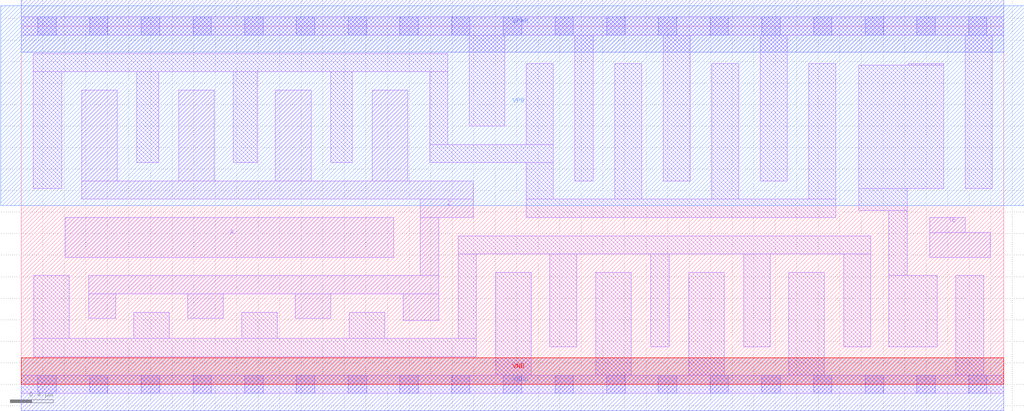
<source format=lef>
# Copyright 2020 The SkyWater PDK Authors
#
# Licensed under the Apache License, Version 2.0 (the "License");
# you may not use this file except in compliance with the License.
# You may obtain a copy of the License at
#
#     https://www.apache.org/licenses/LICENSE-2.0
#
# Unless required by applicable law or agreed to in writing, software
# distributed under the License is distributed on an "AS IS" BASIS,
# WITHOUT WARRANTIES OR CONDITIONS OF ANY KIND, either express or implied.
# See the License for the specific language governing permissions and
# limitations under the License.
#
# SPDX-License-Identifier: Apache-2.0

VERSION 5.7 ;
  NOWIREEXTENSIONATPIN ON ;
  DIVIDERCHAR "/" ;
  BUSBITCHARS "[]" ;
MACRO sky130_fd_sc_ls__einvp_8
  CLASS CORE ;
  FOREIGN sky130_fd_sc_ls__einvp_8 ;
  ORIGIN  0.000000  0.000000 ;
  SIZE  9.120000 BY  3.330000 ;
  SYMMETRY X Y ;
  SITE unit ;
  PIN A
    ANTENNAGATEAREA  2.232000 ;
    DIRECTION INPUT ;
    USE SIGNAL ;
    PORT
      LAYER li1 ;
        RECT 0.410000 1.180000 3.460000 1.550000 ;
    END
  END A
  PIN TE
    ANTENNAGATEAREA  1.167000 ;
    DIRECTION INPUT ;
    USE SIGNAL ;
    PORT
      LAYER li1 ;
        RECT 8.435000 1.180000 8.995000 1.410000 ;
        RECT 8.435000 1.410000 8.765000 1.550000 ;
    END
  END TE
  PIN VNB
    PORT
      LAYER pwell ;
        RECT 0.000000 0.000000 9.120000 0.245000 ;
    END
  END VNB
  PIN VPB
    PORT
      LAYER nwell ;
        RECT -0.190000 1.660000 9.310000 3.520000 ;
    END
  END VPB
  PIN Z
    ANTENNADIFFAREA  2.328200 ;
    DIRECTION OUTPUT ;
    USE SIGNAL ;
    PORT
      LAYER li1 ;
        RECT 0.560000 1.720000 4.195000 1.890000 ;
        RECT 0.560000 1.890000 0.890000 2.735000 ;
        RECT 0.625000 0.615000 0.875000 0.840000 ;
        RECT 0.625000 0.840000 3.875000 1.010000 ;
        RECT 1.460000 1.890000 1.790000 2.735000 ;
        RECT 1.545000 0.615000 1.875000 0.840000 ;
        RECT 2.360000 1.890000 2.690000 2.735000 ;
        RECT 2.545000 0.615000 2.875000 0.840000 ;
        RECT 3.260000 1.890000 3.590000 2.735000 ;
        RECT 3.545000 0.595000 3.875000 0.840000 ;
        RECT 3.705000 1.010000 3.875000 1.550000 ;
        RECT 3.705000 1.550000 4.195000 1.720000 ;
    END
  END Z
  PIN VGND
    DIRECTION INOUT ;
    SHAPE ABUTMENT ;
    USE GROUND ;
    PORT
      LAYER met1 ;
        RECT 0.000000 -0.245000 9.120000 0.245000 ;
    END
  END VGND
  PIN VPWR
    DIRECTION INOUT ;
    SHAPE ABUTMENT ;
    USE POWER ;
    PORT
      LAYER met1 ;
        RECT 0.000000 3.085000 9.120000 3.575000 ;
    END
  END VPWR
  OBS
    LAYER li1 ;
      RECT 0.000000 -0.085000 9.120000 0.085000 ;
      RECT 0.000000  3.245000 9.120000 3.415000 ;
      RECT 0.110000  1.820000 0.375000 2.905000 ;
      RECT 0.110000  2.905000 3.960000 3.075000 ;
      RECT 0.115000  0.255000 4.225000 0.425000 ;
      RECT 0.115000  0.425000 0.445000 1.010000 ;
      RECT 1.045000  0.425000 1.375000 0.670000 ;
      RECT 1.070000  2.060000 1.275000 2.905000 ;
      RECT 1.970000  2.060000 2.190000 2.905000 ;
      RECT 2.045000  0.425000 2.375000 0.670000 ;
      RECT 2.875000  2.060000 3.075000 2.905000 ;
      RECT 3.045000  0.425000 3.375000 0.670000 ;
      RECT 3.790000  2.060000 4.940000 2.230000 ;
      RECT 3.790000  2.230000 3.960000 2.905000 ;
      RECT 4.055000  0.425000 4.225000 1.210000 ;
      RECT 4.055000  1.210000 7.885000 1.380000 ;
      RECT 4.160000  2.400000 4.490000 3.245000 ;
      RECT 4.405000  0.085000 4.735000 1.040000 ;
      RECT 4.690000  1.550000 7.560000 1.720000 ;
      RECT 4.690000  1.720000 4.940000 2.060000 ;
      RECT 4.690000  2.230000 4.940000 2.980000 ;
      RECT 4.905000  0.350000 5.155000 1.210000 ;
      RECT 5.140000  1.890000 5.310000 3.245000 ;
      RECT 5.335000  0.085000 5.665000 1.040000 ;
      RECT 5.510000  1.720000 5.760000 2.980000 ;
      RECT 5.845000  0.350000 6.015000 1.210000 ;
      RECT 5.960000  1.890000 6.210000 3.245000 ;
      RECT 6.195000  0.085000 6.525000 1.040000 ;
      RECT 6.410000  1.720000 6.660000 2.980000 ;
      RECT 6.705000  0.350000 6.955000 1.210000 ;
      RECT 6.860000  1.890000 7.110000 3.245000 ;
      RECT 7.125000  0.085000 7.455000 1.040000 ;
      RECT 7.310000  1.720000 7.560000 2.980000 ;
      RECT 7.635000  0.350000 7.885000 1.210000 ;
      RECT 7.775000  1.615000 8.225000 1.820000 ;
      RECT 7.775000  1.820000 8.565000 2.965000 ;
      RECT 8.055000  0.350000 8.505000 1.010000 ;
      RECT 8.055000  1.010000 8.225000 1.615000 ;
      RECT 8.235000  2.965000 8.565000 2.980000 ;
      RECT 8.675000  0.085000 8.935000 1.010000 ;
      RECT 8.765000  1.820000 9.015000 3.245000 ;
    LAYER mcon ;
      RECT 0.155000 -0.085000 0.325000 0.085000 ;
      RECT 0.155000  3.245000 0.325000 3.415000 ;
      RECT 0.635000 -0.085000 0.805000 0.085000 ;
      RECT 0.635000  3.245000 0.805000 3.415000 ;
      RECT 1.115000 -0.085000 1.285000 0.085000 ;
      RECT 1.115000  3.245000 1.285000 3.415000 ;
      RECT 1.595000 -0.085000 1.765000 0.085000 ;
      RECT 1.595000  3.245000 1.765000 3.415000 ;
      RECT 2.075000 -0.085000 2.245000 0.085000 ;
      RECT 2.075000  3.245000 2.245000 3.415000 ;
      RECT 2.555000 -0.085000 2.725000 0.085000 ;
      RECT 2.555000  3.245000 2.725000 3.415000 ;
      RECT 3.035000 -0.085000 3.205000 0.085000 ;
      RECT 3.035000  3.245000 3.205000 3.415000 ;
      RECT 3.515000 -0.085000 3.685000 0.085000 ;
      RECT 3.515000  3.245000 3.685000 3.415000 ;
      RECT 3.995000 -0.085000 4.165000 0.085000 ;
      RECT 3.995000  3.245000 4.165000 3.415000 ;
      RECT 4.475000 -0.085000 4.645000 0.085000 ;
      RECT 4.475000  3.245000 4.645000 3.415000 ;
      RECT 4.955000 -0.085000 5.125000 0.085000 ;
      RECT 4.955000  3.245000 5.125000 3.415000 ;
      RECT 5.435000 -0.085000 5.605000 0.085000 ;
      RECT 5.435000  3.245000 5.605000 3.415000 ;
      RECT 5.915000 -0.085000 6.085000 0.085000 ;
      RECT 5.915000  3.245000 6.085000 3.415000 ;
      RECT 6.395000 -0.085000 6.565000 0.085000 ;
      RECT 6.395000  3.245000 6.565000 3.415000 ;
      RECT 6.875000 -0.085000 7.045000 0.085000 ;
      RECT 6.875000  3.245000 7.045000 3.415000 ;
      RECT 7.355000 -0.085000 7.525000 0.085000 ;
      RECT 7.355000  3.245000 7.525000 3.415000 ;
      RECT 7.835000 -0.085000 8.005000 0.085000 ;
      RECT 7.835000  3.245000 8.005000 3.415000 ;
      RECT 8.315000 -0.085000 8.485000 0.085000 ;
      RECT 8.315000  3.245000 8.485000 3.415000 ;
      RECT 8.795000 -0.085000 8.965000 0.085000 ;
      RECT 8.795000  3.245000 8.965000 3.415000 ;
  END
END sky130_fd_sc_ls__einvp_8
END LIBRARY

</source>
